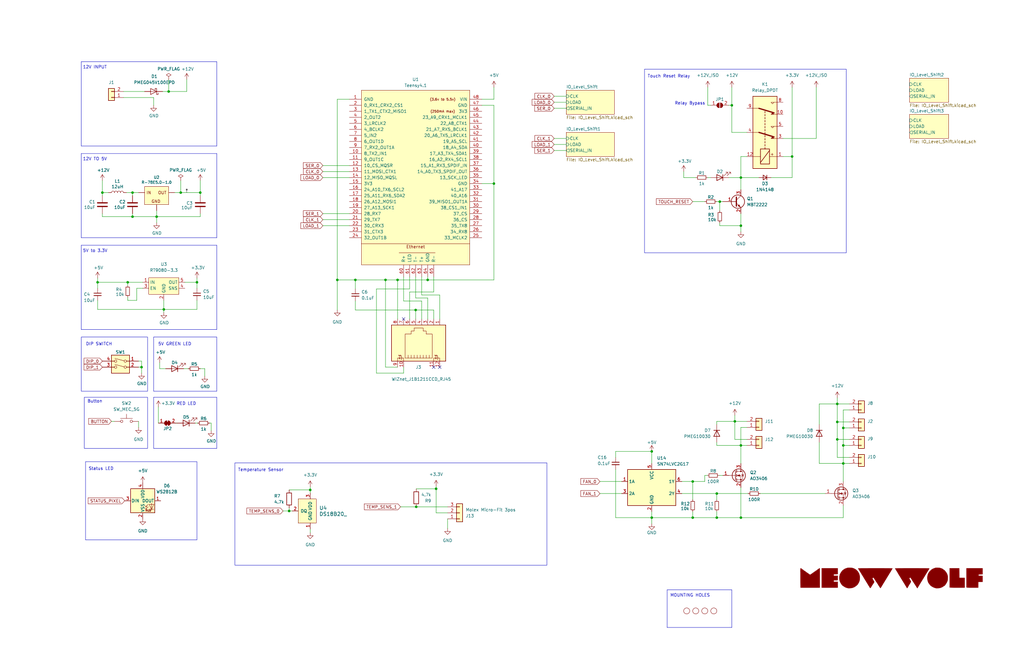
<source format=kicad_sch>
(kicad_sch (version 20230121) (generator eeschema)
  (paper "USLedger")
  (title_block (date "2025-01-30") (rev "v.01") (company "Meow Wolf") (comment 1 "Daniel Bornhorst"))
  (junction (at 353.06 185.42))
  (junction (at 312.42 74.93))
  (junction (at 355.6 180.594))
  (junction (at 355.6 195.58))
  (junction (at 312.42 95.25))
  (junction (at 142.24 118.11))
  (junction (at 312.42 218.44))
  (junction (at 175.26 130.81))
  (junction (at 303.53 85.09))
  (junction (at 167.64 118.11))
  (junction (at 353.06 170.434))
  (junction (at 55.88 81.28))
  (junction (at 274.828 218.44))
  (junction (at 55.88 91.44))
  (junction (at 76.2 81.28))
  (junction (at 66.04 91.44))
  (junction (at 312.42 187.96))
  (junction (at 183.896 206.248))
  (junction (at 149.86 118.11))
  (junction (at 292.1 218.44))
  (junction (at 302.26 208.28))
  (junction (at 43.18 81.28))
  (junction (at 308.61 44.45))
  (junction (at 180.34 118.11))
  (junction (at 302.26 218.44))
  (junction (at 355.6 187.96))
  (junction (at 59.69 154.94))
  (junction (at 71.12 38.608))
  (junction (at 84.455 81.28))
  (junction (at 175.514 213.868))
  (junction (at 121.92 215.646))
  (junction (at 83.058 119.126))
  (junction (at 334.01 66.04))
  (junction (at 208.28 77.47))
  (junction (at 274.828 190.5))
  (junction (at 41.148 119.126))
  (junction (at 309.88 177.8))
  (junction (at 130.81 206.756))
  (junction (at 353.06 178.054))
  (junction (at 292.1 203.2))
  (junction (at 69.088 130.556))
  (junction (at 162.56 118.11))
  (junction (at 53.848 119.126))
  (no_connect (at 185.42 154.94))
  (no_connect (at 182.88 154.94))
  (no_connect (at 170.18 134.62))
  (wire (pts (xy 83.058 126.746) (xy 83.058 130.556)))
  (wire (pts (xy 167.64 154.94) (xy 162.56 154.94)))
  (polyline (pts (xy 91.44 61.595) (xy 91.44 26.035)))
  (polyline (pts (xy 91.44 100.33) (xy 91.44 64.77)))
  (wire (pts (xy 162.56 118.11) (xy 162.56 154.94)))
  (polyline (pts (xy 308.61 264.795) (xy 308.61 248.92)))
  (wire (pts (xy 320.548 208.28) (xy 347.98 208.28)))
  (wire (pts (xy 136.144 72.39) (xy 147.32 72.39)))
  (polyline (pts (xy 34.29 61.595) (xy 91.44 61.595)))
  (wire (pts (xy 121.92 214.376) (xy 121.92 215.646)))
  (wire (pts (xy 66.04 91.44) (xy 84.455 91.44)))
  (wire (pts (xy 353.06 170.434) (xy 358.14 170.434)))
  (wire (pts (xy 302.26 187.96) (xy 312.42 187.96)))
  (wire (pts (xy 43.18 91.44) (xy 55.88 91.44)))
  (wire (pts (xy 149.86 118.11) (xy 149.86 121.92)))
  (wire (pts (xy 121.92 206.756) (xy 130.81 206.756)))
  (wire (pts (xy 303.53 85.09) (xy 303.53 88.9)))
  (wire (pts (xy 314.96 185.42) (xy 309.88 185.42)))
  (wire (pts (xy 355.6 195.58) (xy 358.14 195.58)))
  (wire (pts (xy 136.144 92.71) (xy 147.32 92.71)))
  (wire (pts (xy 183.896 216.408) (xy 183.896 206.248)))
  (wire (pts (xy 274.828 218.44) (xy 274.828 215.9)))
  (wire (pts (xy 41.148 130.556) (xy 69.088 130.556)))
  (wire (pts (xy 86.36 155.575) (xy 86.36 158.75)))
  (wire (pts (xy 303.53 85.09) (xy 304.8 85.09)))
  (wire (pts (xy 69.85 155.575) (xy 67.31 155.575)))
  (wire (pts (xy 158.75 121.92) (xy 172.72 121.92)))
  (wire (pts (xy 83.058 130.556) (xy 69.088 130.556)))
  (wire (pts (xy 71.12 38.608) (xy 78.74 38.608)))
  (polyline (pts (xy 34.29 139.065) (xy 91.44 139.065)))
  (wire (pts (xy 130.81 205.486) (xy 130.81 206.756)))
  (wire (pts (xy 183.896 205.232) (xy 183.896 206.248)))
  (wire (pts (xy 84.455 82.55) (xy 84.455 81.28)))
  (wire (pts (xy 177.8 116.84) (xy 177.8 124.46)))
  (wire (pts (xy 259.588 218.44) (xy 274.828 218.44)))
  (wire (pts (xy 345.44 170.434) (xy 353.06 170.434)))
  (wire (pts (xy 233.68 58.42) (xy 238.76 58.42)))
  (wire (pts (xy 345.44 195.58) (xy 355.6 195.58)))
  (wire (pts (xy 83.058 121.666) (xy 83.058 119.126)))
  (wire (pts (xy 292.1 215.9) (xy 292.1 218.44)))
  (wire (pts (xy 302.26 218.44) (xy 312.42 218.44)))
  (wire (pts (xy 314.96 180.34) (xy 312.42 180.34)))
  (wire (pts (xy 302.26 215.9) (xy 302.26 218.44)))
  (wire (pts (xy 41.148 119.126) (xy 53.848 119.126)))
  (wire (pts (xy 355.6 187.96) (xy 358.14 187.96)))
  (wire (pts (xy 302.26 210.82) (xy 302.26 208.28)))
  (wire (pts (xy 208.28 44.45) (xy 208.28 77.47)))
  (wire (pts (xy 162.56 118.11) (xy 167.64 118.11)))
  (wire (pts (xy 182.88 123.19) (xy 172.72 123.19)))
  (wire (pts (xy 76.2 76.2) (xy 76.2 81.28)))
  (wire (pts (xy 203.2 77.47) (xy 208.28 77.47)))
  (wire (pts (xy 52.07 41.148) (xy 64.77 41.148)))
  (wire (pts (xy 298.45 44.45) (xy 299.72 44.45)))
  (wire (pts (xy 55.88 91.44) (xy 66.04 91.44)))
  (wire (pts (xy 303.53 93.98) (xy 303.53 95.25)))
  (wire (pts (xy 312.42 187.96) (xy 312.42 195.58)))
  (wire (pts (xy 353.06 170.434) (xy 353.06 167.894)))
  (wire (pts (xy 83.058 119.126) (xy 77.978 119.126)))
  (wire (pts (xy 302.26 85.09) (xy 303.53 85.09)))
  (wire (pts (xy 52.07 38.608) (xy 60.96 38.608)))
  (wire (pts (xy 358.14 193.04) (xy 353.06 193.04)))
  (wire (pts (xy 66.04 88.9) (xy 66.04 91.44)))
  (wire (pts (xy 170.18 116.84) (xy 170.18 127)))
  (wire (pts (xy 353.06 193.04) (xy 353.06 185.42)))
  (wire (pts (xy 175.514 213.868) (xy 188.722 213.868)))
  (polyline (pts (xy 281.305 264.795) (xy 308.61 264.795)))
  (wire (pts (xy 43.18 76.2) (xy 43.18 81.28)))
  (wire (pts (xy 292.1 203.2) (xy 292.1 210.82)))
  (wire (pts (xy 334.01 66.04) (xy 330.2 66.04)))
  (wire (pts (xy 53.848 120.396) (xy 53.848 119.126)))
  (wire (pts (xy 312.42 66.04) (xy 314.96 66.04)))
  (wire (pts (xy 252.984 203.2) (xy 262.128 203.2)))
  (wire (pts (xy 64.77 41.148) (xy 64.77 44.45)))
  (wire (pts (xy 297.18 200.66) (xy 298.196 200.66)))
  (wire (pts (xy 59.69 154.94) (xy 59.69 157.48)))
  (wire (pts (xy 303.276 200.66) (xy 304.8 200.66)))
  (wire (pts (xy 312.42 74.93) (xy 312.42 80.01)))
  (wire (pts (xy 345.44 186.69) (xy 345.44 195.58)))
  (wire (pts (xy 259.588 190.5) (xy 274.828 190.5)))
  (wire (pts (xy 312.42 74.93) (xy 320.04 74.93)))
  (wire (pts (xy 252.984 208.28) (xy 262.128 208.28)))
  (wire (pts (xy 312.42 180.34) (xy 312.42 187.96)))
  (wire (pts (xy 58.42 154.94) (xy 59.69 154.94)))
  (wire (pts (xy 158.75 157.48) (xy 158.75 121.92)))
  (wire (pts (xy 41.148 117.348) (xy 41.148 119.126)))
  (polyline (pts (xy 34.29 64.77) (xy 34.29 100.33)))
  (wire (pts (xy 355.6 195.58) (xy 355.6 203.2)))
  (wire (pts (xy 312.42 205.74) (xy 312.42 218.44)))
  (wire (pts (xy 233.68 60.96) (xy 238.76 60.96)))
  (wire (pts (xy 274.828 220.98) (xy 274.828 218.44)))
  (wire (pts (xy 136.144 74.93) (xy 147.32 74.93)))
  (wire (pts (xy 203.2 44.45) (xy 208.28 44.45)))
  (polyline (pts (xy 34.29 103.505) (xy 34.29 139.065)))
  (wire (pts (xy 292.1 203.2) (xy 287.528 203.2)))
  (wire (pts (xy 334.01 74.93) (xy 334.01 66.04)))
  (wire (pts (xy 312.42 66.04) (xy 312.42 74.93)))
  (wire (pts (xy 175.26 125.73) (xy 180.34 125.73)))
  (wire (pts (xy 307.34 44.45) (xy 308.61 44.45)))
  (wire (pts (xy 66.802 171.704) (xy 66.802 178.562)))
  (wire (pts (xy 344.17 36.83) (xy 344.17 58.42)))
  (wire (pts (xy 170.18 154.94) (xy 170.18 157.48)))
  (wire (pts (xy 55.88 81.28) (xy 55.88 82.55)))
  (wire (pts (xy 182.88 116.84) (xy 182.88 123.19)))
  (wire (pts (xy 312.42 90.17) (xy 312.42 95.25)))
  (wire (pts (xy 274.828 218.44) (xy 292.1 218.44)))
  (wire (pts (xy 185.42 124.46) (xy 185.42 134.62)))
  (wire (pts (xy 344.17 58.42) (xy 330.2 58.42)))
  (wire (pts (xy 288.29 74.93) (xy 293.37 74.93)))
  (wire (pts (xy 77.47 155.575) (xy 79.375 155.575)))
  (wire (pts (xy 172.72 121.92) (xy 172.72 116.84)))
  (wire (pts (xy 302.26 208.28) (xy 315.468 208.28)))
  (wire (pts (xy 302.26 177.8) (xy 309.88 177.8)))
  (wire (pts (xy 67.31 155.575) (xy 67.31 153.035)))
  (wire (pts (xy 57.658 126.746) (xy 57.658 121.666)))
  (wire (pts (xy 130.81 206.756) (xy 130.81 208.026)))
  (wire (pts (xy 142.24 118.11) (xy 149.86 118.11)))
  (wire (pts (xy 88.392 178.562) (xy 89.027 178.562)))
  (wire (pts (xy 203.2 41.91) (xy 208.28 41.91)))
  (wire (pts (xy 53.34 81.28) (xy 55.88 81.28)))
  (wire (pts (xy 308.61 55.88) (xy 314.96 55.88)))
  (wire (pts (xy 358.14 185.42) (xy 353.06 185.42)))
  (wire (pts (xy 175.26 130.81) (xy 149.86 130.81)))
  (wire (pts (xy 68.58 38.608) (xy 71.12 38.608)))
  (wire (pts (xy 149.86 130.81) (xy 149.86 127)))
  (wire (pts (xy 43.18 90.17) (xy 43.18 91.44)))
  (wire (pts (xy 314.96 187.96) (xy 312.42 187.96)))
  (wire (pts (xy 299.72 74.93) (xy 298.45 74.93)))
  (wire (pts (xy 358.14 178.054) (xy 353.06 178.054)))
  (wire (pts (xy 358.14 180.594) (xy 355.6 180.594)))
  (wire (pts (xy 74.422 178.562) (xy 74.676 178.562)))
  (wire (pts (xy 142.24 118.11) (xy 142.24 130.81)))
  (wire (pts (xy 168.91 213.868) (xy 175.514 213.868)))
  (wire (pts (xy 43.18 82.55) (xy 43.18 81.28)))
  (wire (pts (xy 57.658 121.666) (xy 60.198 121.666)))
  (wire (pts (xy 78.74 33.528) (xy 78.74 38.608)))
  (polyline (pts (xy 91.44 26.035) (xy 34.29 26.035)))
  (wire (pts (xy 259.588 193.04) (xy 259.588 190.5)))
  (wire (pts (xy 233.68 45.72) (xy 238.76 45.72)))
  (polyline (pts (xy 308.61 248.92) (xy 281.305 248.92)))
  (wire (pts (xy 355.6 180.594) (xy 355.6 187.96)))
  (wire (pts (xy 59.69 152.4) (xy 59.69 154.94)))
  (wire (pts (xy 233.68 40.64) (xy 238.76 40.64)))
  (wire (pts (xy 55.88 90.17) (xy 55.88 91.44)))
  (wire (pts (xy 84.455 76.2) (xy 84.455 81.28)))
  (wire (pts (xy 73.66 81.28) (xy 76.2 81.28)))
  (wire (pts (xy 58.42 152.4) (xy 59.69 152.4)))
  (wire (pts (xy 66.04 91.44) (xy 66.04 93.98)))
  (wire (pts (xy 302.26 179.07) (xy 302.26 177.8)))
  (wire (pts (xy 55.88 81.28) (xy 58.42 81.28)))
  (wire (pts (xy 136.144 90.17) (xy 147.32 90.17)))
  (wire (pts (xy 309.88 177.8) (xy 309.88 175.26)))
  (wire (pts (xy 312.42 218.44) (xy 355.6 218.44)))
  (wire (pts (xy 119.38 215.646) (xy 121.92 215.646)))
  (wire (pts (xy 302.26 186.69) (xy 302.26 187.96)))
  (wire (pts (xy 136.144 95.25) (xy 147.32 95.25)))
  (wire (pts (xy 180.34 116.84) (xy 180.34 118.11)))
  (wire (pts (xy 71.12 33.528) (xy 71.12 38.608)))
  (wire (pts (xy 177.8 124.46) (xy 185.42 124.46)))
  (wire (pts (xy 183.896 206.248) (xy 175.514 206.248)))
  (wire (pts (xy 41.148 121.666) (xy 41.148 119.126)))
  (polyline (pts (xy 34.29 100.33) (xy 91.44 100.33)))
  (wire (pts (xy 353.06 170.434) (xy 353.06 178.054)))
  (polyline (pts (xy 91.44 64.77) (xy 34.29 64.77)))
  (wire (pts (xy 292.1 218.44) (xy 302.26 218.44)))
  (wire (pts (xy 43.18 81.28) (xy 45.72 81.28)))
  (wire (pts (xy 84.455 155.575) (xy 86.36 155.575)))
  (wire (pts (xy 83.058 117.348) (xy 83.058 119.126)))
  (wire (pts (xy 58.42 177.8) (xy 58.42 180.34)))
  (wire (pts (xy 182.88 130.81) (xy 175.26 130.81)))
  (wire (pts (xy 303.53 95.25) (xy 312.42 95.25)))
  (wire (pts (xy 170.18 127) (xy 177.8 127)))
  (wire (pts (xy 177.8 127) (xy 177.8 134.62)))
  (wire (pts (xy 297.18 203.2) (xy 292.1 203.2)))
  (wire (pts (xy 325.12 74.93) (xy 334.01 74.93)))
  (wire (pts (xy 274.828 190.5) (xy 274.828 195.58)))
  (wire (pts (xy 69.088 130.556) (xy 69.088 126.746)))
  (wire (pts (xy 136.144 69.85) (xy 147.32 69.85)))
  (wire (pts (xy 308.61 44.45) (xy 308.61 55.88)))
  (wire (pts (xy 149.86 118.11) (xy 162.56 118.11)))
  (wire (pts (xy 297.18 200.66) (xy 297.18 203.2)))
  (wire (pts (xy 121.92 215.646) (xy 123.19 215.646)))
  (wire (pts (xy 175.26 134.62) (xy 175.26 130.81)))
  (wire (pts (xy 259.588 198.12) (xy 259.588 218.44)))
  (wire (pts (xy 308.61 36.83) (xy 308.61 44.45)))
  (wire (pts (xy 170.18 157.48) (xy 158.75 157.48)))
  (wire (pts (xy 82.296 178.562) (xy 83.312 178.562)))
  (wire (pts (xy 180.34 118.11) (xy 167.64 118.11)))
  (polyline (pts (xy 34.29 26.035) (xy 34.29 61.595)))
  (wire (pts (xy 175.26 116.84) (xy 175.26 125.73)))
  (wire (pts (xy 89.027 178.562) (xy 89.027 181.737)))
  (wire (pts (xy 208.28 77.47) (xy 208.28 118.11)))
  (wire (pts (xy 288.29 74.93) (xy 288.29 72.39)))
  (wire (pts (xy 355.6 213.36) (xy 355.6 218.44)))
  (wire (pts (xy 334.01 36.83) (xy 334.01 66.04)))
  (wire (pts (xy 41.148 126.746) (xy 41.148 130.556)))
  (wire (pts (xy 312.42 95.25) (xy 312.42 97.79)))
  (wire (pts (xy 76.2 81.28) (xy 84.455 81.28)))
  (wire (pts (xy 292.1 85.09) (xy 297.18 85.09)))
  (polyline (pts (xy 91.44 103.505) (xy 34.29 103.505)))
  (wire (pts (xy 188.722 216.408) (xy 183.896 216.408)))
  (wire (pts (xy 208.28 41.91) (xy 208.28 36.83)))
  (wire (pts (xy 358.14 172.974) (xy 355.6 172.974)))
  (wire (pts (xy 180.34 125.73) (xy 180.34 134.62)))
  (wire (pts (xy 53.848 126.746) (xy 53.848 125.476)))
  (wire (pts (xy 307.34 74.93) (xy 312.42 74.93)))
  (wire (pts (xy 142.24 41.91) (xy 147.32 41.91)))
  (wire (pts (xy 355.6 172.974) (xy 355.6 180.594)))
  (wire (pts (xy 53.848 119.126) (xy 60.198 119.126)))
  (wire (pts (xy 355.6 187.96) (xy 355.6 195.58)))
  (wire (pts (xy 182.88 134.62) (xy 182.88 130.81)))
  (polyline (pts (xy 91.44 139.065) (xy 91.44 103.505)))
  (wire (pts (xy 287.528 208.28) (xy 302.26 208.28)))
  (wire (pts (xy 142.24 41.91) (xy 142.24 118.11)))
  (wire (pts (xy 233.68 43.18) (xy 238.76 43.18)))
  (polyline (pts (xy 281.305 248.92) (xy 281.305 264.795)))
  (wire (pts (xy 84.455 90.17) (xy 84.455 91.44)))
  (wire (pts (xy 309.88 185.42) (xy 309.88 177.8)))
  (wire (pts (xy 314.96 177.8) (xy 309.88 177.8)))
  (wire (pts (xy 233.68 63.5) (xy 238.76 63.5)))
  (wire (pts (xy 69.088 131.826) (xy 69.088 130.556)))
  (wire (pts (xy 208.28 118.11) (xy 180.34 118.11)))
  (wire (pts (xy 53.848 126.746) (xy 57.658 126.746)))
  (wire (pts (xy 130.81 223.266) (xy 130.81 224.79)))
  (wire (pts (xy 167.64 118.11) (xy 167.64 134.62)))
  (wire (pts (xy 345.44 179.07) (xy 345.44 170.434)))
  (wire (pts (xy 188.722 223.012) (xy 188.722 218.948)))
  (wire (pts (xy 353.06 178.054) (xy 353.06 185.42)))
  (wire (pts (xy 172.72 123.19) (xy 172.72 134.62)))
  (wire (pts (xy 46.99 177.8) (xy 48.26 177.8)))
  (wire (pts (xy 298.45 36.83) (xy 298.45 44.45)))
  (rectangle (start 36.068 194.818) (end 83.058 227.838))
  (rectangle (start 64.77 167.64) (end 91.44 189.23))
  (rectangle (start 34.29 142.24) (end 62.23 165.1))
  (rectangle (start 271.78 29.21) (end 356.87 106.68))
  (rectangle (start 64.77 142.24) (end 91.44 165.1))
  (rectangle (start 99.06 195.326) (end 230.632 238.506))
  (rectangle (start 35.56 167.64) (end 62.23 189.23))
  (text "5V to 3.3V" (at 34.925 106.68 0) (effects (font (size 1.27 1.27)) (justify left bottom)))
  (text "Temperature Sensor" (at 100.33 199.136 0) (effects (font (size 1.27 1.27)) (justify left bottom)))
  (text "5V GREEN LED" (at 66.675 146.05 0) (effects (font (size 1.27 1.27)) (justify left bottom)))
  (text "12V INPUT" (at 34.925 29.21 0) (effects (font (size 1.27 1.27)) (justify left bottom)))
  (text "MOUNTING HOLES" (at 282.575 252.095 0) (effects (font (size 1.27 1.27)) (justify left bottom)))
  (text "Relay Bypass\n" (at 284.48 44.45 0) (effects (font (size 1.27 1.27)) (justify left bottom)))
  (text "Button" (at 36.83 170.18 0) (effects (font (size 1.27 1.27)) (justify left bottom)))
  (text "DIP SWITCH" (at 36.195 146.05 0) (effects (font (size 1.27 1.27)) (justify left bottom)))
  (text "Touch Reset Relay\n" (at 273.05 33.02 0) (effects (font (size 1.27 1.27)) (justify left bottom)))
  (text "Status LED" (at 37.338 198.628 0) (effects (font (size 1.27 1.27)) (justify left bottom)))
  (text "12V TO 5V" (at 34.925 67.945 0) (effects (font (size 1.27 1.27)) (justify left bottom)))
  (text "RED LED" (at 74.422 171.196 0) (effects (font (size 1.27 1.27)) (justify left bottom)))
  (global_label "LOAD_0" (shape input) (at 233.68 43.18 180) (property "Intersheetrefs" "${INTERSHEET_REFS}" (effects hide)))
  (global_label "TOUCH_RESET" (shape input) (at 292.1 85.09 180) (property "Intersheetrefs" "${INTERSHEET_REFS}" (effects hide)))
  (global_label "FAN_0" (shape input) (at 252.984 203.2 180) (property "Intersheetrefs" "${INTERSHEET_REFS}" (effects hide)))
  (global_label "LOAD_0" (shape input) (at 136.144 74.93 180) (property "Intersheetrefs" "${INTERSHEET_REFS}" (effects hide)))
  (global_label "LOAD_1" (shape input) (at 136.144 95.25 180) (property "Intersheetrefs" "${INTERSHEET_REFS}" (effects hide)))
  (global_label "FAN_1" (shape input) (at 252.984 208.28 180) (property "Intersheetrefs" "${INTERSHEET_REFS}" (effects hide)))
  (global_label "SER_1" (shape input) (at 233.68 63.5 180) (property "Intersheetrefs" "${INTERSHEET_REFS}" (effects hide)))
  (global_label "DIP_0" (shape input) (at 43.18 152.4 180) (property "Intersheetrefs" "${INTERSHEET_REFS}" (effects hide)))
  (global_label "SER_0" (shape input) (at 136.144 69.85 180) (property "Intersheetrefs" "${INTERSHEET_REFS}" (effects hide)))
  (global_label "TEMP_SENS_0" (shape input) (at 119.38 215.646 180) (property "Intersheetrefs" "${INTERSHEET_REFS}" (effects hide)))
  (global_label "LOAD_1" (shape input) (at 233.68 60.96 180) (property "Intersheetrefs" "${INTERSHEET_REFS}" (effects hide)))
  (global_label "SER_1" (shape input) (at 136.144 90.17 180) (property "Intersheetrefs" "${INTERSHEET_REFS}" (effects hide)))
  (global_label "CLK_1" (shape input) (at 136.144 92.71 180) (property "Intersheetrefs" "${INTERSHEET_REFS}" (effects hide)))
  (global_label "DIP_1" (shape input) (at 43.18 154.94 180) (property "Intersheetrefs" "${INTERSHEET_REFS}" (effects hide)))
  (global_label "CLK_0" (shape input) (at 233.68 40.64 180) (property "Intersheetrefs" "${INTERSHEET_REFS}" (effects hide)))
  (global_label "SER_0" (shape input) (at 233.68 45.72 180) (property "Intersheetrefs" "${INTERSHEET_REFS}" (effects hide)))
  (global_label "CLK_1" (shape input) (at 233.68 58.42 180) (property "Intersheetrefs" "${INTERSHEET_REFS}" (effects hide)))
  (global_label "CLK_0" (shape input) (at 136.144 72.39 180) (property "Intersheetrefs" "${INTERSHEET_REFS}" (effects hide)))
  (global_label "STATUS_PIXEL" (shape input) (at 52.578 211.328 180) (property "Intersheetrefs" "${INTERSHEET_REFS}" (effects hide)))
  (global_label "BUTTON" (shape input) (at 46.99 177.8 180) (property "Intersheetrefs" "${INTERSHEET_REFS}" (effects hide)))
  (global_label "TEMP_SENS_1" (shape input) (at 168.91 213.868 180) (property "Intersheetrefs" "${INTERSHEET_REFS}" (effects hide)))
  (netclass_flag "" (length 1.27) (shape dot) (at 78.74 81.28 0) (property "Netclass" ".055" (effects hide)))
  (symbol (lib_id "Device:C_Small") (at 83.058 124.206 0) (unit 1)
    (property "Reference" "C5" (at 85.598 122.936 0) (effects (justify left)))
    (property "Value" "10uF" (at 85.598 125.476 0) (effects (justify left)))
    (property "Footprint" "Capacitor_SMD:C_0805_2012Metric" (effects hide))
    (property "LCSC" "C15850" (effects hide))
    (property "Package" "0805" (effects hide))
  )
  (symbol (lib_id "power:GND") (at 89.027 181.737 0) (unit 1)
    (property "Reference" "#PWR022" (effects hide))
    (property "Value" "GND" (at 89.154 186.1312 0))
  )
  (symbol (lib_id "Relay:EC2-3NU") (at 322.58 55.88 270) (mirror x) (unit 1)
    (property "Reference" "K1" (at 322.58 35.56 90))
    (property "Value" "Relay_DPDT" (at 322.58 38.1 90))
    (property "Footprint" "Relay_THT:Relay_DPDT_Kemet_EC2" (effects hide))
    (property "Datasheet" "https://content.kemet.com/datasheets/KEM_R7002_EC2_EE2.pdf" (effects hide))
    (property "Description" "RELAY GENERAL PURPOSE DPDT 2A 3V" (effects hide))
    (property "Digikey P/N" "399-11042-5-ND" (effects hide))
    (property "Digikey Page" "https://www.digikey.com/en/products/detail/kemet/EC2-3NU/4291108" (effects hide))
    (property "MPN" "EC2-3NU" (effects hide))
    (property "Manufacturer" "KEMET" (effects hide))
  )
  (symbol (lib_id "MeowWolf_Hardware:STAND-OFF") (at 300.99 257.81 0) (unit 1) (in_bom no)
    (property "Reference" "H4" (effects hide))
    (property "Value" "STAND-OFF" (effects hide))
    (property "Footprint" "MeowWolf_Hardware:STAND-OFF" (effects hide))
    (property "Digikey P/N" "-" (effects hide))
    (property "Digikey Page" "-" (effects hide))
    (property "LCSC" "-" (effects hide))
    (property "MPN" "-" (effects hide))
    (property "Manufacturer" "-" (effects hide))
    (property "Package" "-" (effects hide))
  )
  (symbol (lib_id "MeowWolf_Hardware:STAND-OFF") (at 289.56 257.81 0) (unit 1) (in_bom no)
    (property "Reference" "H1" (effects hide))
    (property "Value" "STAND-OFF" (effects hide))
    (property "Footprint" "MeowWolf_Hardware:STAND-OFF" (effects hide))
    (property "Digikey P/N" "-" (effects hide))
    (property "Digikey Page" "-" (effects hide))
    (property "LCSC" "-" (effects hide))
    (property "MPN" "-" (effects hide))
    (property "Manufacturer" "-" (effects hide))
    (property "Package" "-" (effects hide))
  )
  (symbol (lib_id "Transistor_FET:AO3400A") (at 309.88 200.66 0) (unit 1)
    (property "Reference" "Q2" (at 316.23 199.39 0) (effects (justify left)))
    (property "Value" "AO3406" (at 316.23 201.93 0) (effects (justify left)))
    (property "Footprint" "Package_TO_SOT_SMD:SOT-23" (effects hide))
    (property "Datasheet" "https://mm.digikey.com/Volume0/opasdata/d220001/medias/docus/1063/AO3406.pdf" (effects hide))
    (property "LCSC" "C88051" (effects hide))
    (property "Package" "SOT-23" (effects hide))
  )
  (symbol (lib_id "power:+12V") (at 309.88 175.26 0) (unit 1)
    (property "Reference" "#PWR052" (effects hide))
    (property "Value" "+12V" (at 309.88 170.18 0))
  )
  (symbol (lib_id "MeowWolf_Power:+12V_ISO") (at 344.17 36.83 0) (unit 1)
    (property "Reference" "#PWR06" (effects hide))
    (property "Value" "+12V_ISO" (at 344.17 31.75 0))
  )
  (symbol (lib_id "power:+5V") (at 274.828 190.5 0) (unit 1)
    (property "Reference" "#PWR056" (effects hide))
    (property "Value" "+5V" (at 274.828 186.69 0))
  )
  (symbol (lib_id "0_logo:MeowWolf_Logo_Horizontal") (at 375.92 243.84 0) (unit 1) (in_bom no) (on_board no)
    (property "Reference" "LOGO1" (effects hide))
    (property "Value" "MeowWolf_Logo_Horizontal" (effects hide))
    (property "Digikey P/N" "-" (effects hide))
    (property "Digikey Page" "-" (effects hide))
    (property "LCSC" "-" (effects hide))
    (property "MPN" "-" (effects hide))
    (property "Manufacturer" "-" (effects hide))
    (property "Package" "-" (effects hide))
  )
  (symbol (lib_id "power:GND") (at 64.77 44.45 0) (unit 1)
    (property "Reference" "#PWR07" (effects hide))
    (property "Value" "GND" (at 64.897 48.8442 0))
  )
  (symbol (lib_id "0_integrated_circuits:SN74LVC2G17") (at 274.828 205.74 0) (unit 1)
    (property "Reference" "U14" (at 277.0221 193.294 0) (effects (justify left)))
    (property "Value" "SN74LVC2G17" (at 277.0221 195.834 0) (effects (justify left)))
    (property "Footprint" "Package_TO_SOT_SMD:SOT-23-6" (effects hide))
    (property "Datasheet" "https://www.ti.com/lit/ds/symlink/sn74lvc2g17.pdf" (effects hide))
    (property "Manufacturer" "Texas Instruments" (effects hide))
    (property "Mfg. P/N" "SN74LVC2G17DBVR" (effects hide))
    (property "Digikey Page" "https://www.digikey.com/en/products/detail/texas-instruments/SN74LVC2G17DBVR/479735" (effects hide))
    (property "Digikey P/N" "296-SN74LVC2G17DBVRCT-ND" (effects hide))
    (property "LCSC" "C10429" (effects hide))
    (property "Package" "SOT-23-6" (effects hide))
  )
  (symbol (lib_id "Device:R_Small") (at 303.53 91.44 180) (unit 1)
    (property "Reference" "R3" (at 298.45 90.678 0) (effects (justify right)))
    (property "Value" "10k" (at 298.45 92.71 0) (effects (justify right)))
    (property "Footprint" "Resistor_SMD:R_0603_1608Metric" (effects hide))
    (property "LCSC" "C98220" (effects hide))
    (property "Package" "0603" (effects hide))
  )
  (symbol (lib_id "Device:R_Small") (at 53.848 122.936 180) (unit 1)
    (property "Reference" "R4" (at 48.768 122.174 0) (effects (justify right)))
    (property "Value" "10k" (at 48.768 124.206 0) (effects (justify right)))
    (property "Footprint" "Resistor_SMD:R_0603_1608Metric" (effects hide))
    (property "LCSC" "C98220" (effects hide))
    (property "Package" "0603" (effects hide))
  )
  (symbol (lib_id "Device:R_Small") (at 299.72 85.09 90) (unit 1)
    (property "Reference" "R2" (at 299.72 83.185 90))
    (property "Value" "1k" (at 299.72 87.63 90))
    (property "Footprint" "Resistor_SMD:R_0603_1608Metric" (effects hide))
    (property "Digikey P/N" "-" (effects hide))
    (property "Digikey Page" "-" (effects hide))
    (property "LCSC" "C22548" (effects hide))
    (property "MPN" "RC0603FR-071KL" (effects hide))
    (property "Manufacturer" "YAGEO" (effects hide))
    (property "Package" "0603" (effects hide))
    (property "Description" "100mW Thick Film Resistors 75V ±100ppm/℃ ±1% 1kΩ 0603 Chip Resistor" (effects hide))
  )
  (symbol (lib_id "Device:R_Small") (at 85.852 178.562 90) (unit 1)
    (property "Reference" "R6" (at 85.852 176.657 90))
    (property "Value" "1k" (at 85.852 181.102 90))
    (property "Footprint" "Resistor_SMD:R_0603_1608Metric" (effects hide))
    (property "Digikey P/N" "-" (effects hide))
    (property "Digikey Page" "-" (effects hide))
    (property "LCSC" "C22548" (effects hide))
    (property "MPN" "RC0603FR-071KL" (effects hide))
    (property "Manufacturer" "YAGEO" (effects hide))
    (property "Package" "0603" (effects hide))
    (property "Description" "100mW Thick Film Resistors 75V ±100ppm/℃ ±1% 1kΩ 0603 Chip Resistor" (effects hide))
  )
  (symbol (lib_id "power:+3.3V") (at 83.058 117.348 0) (unit 1)
    (property "Reference" "#PWR014" (effects hide))
    (property "Value" "+3.3V" (at 83.439 112.9538 0))
  )
  (symbol (lib_id "power:+5V") (at 60.198 203.708 0) (unit 1)
    (property "Reference" "#PWR023" (effects hide))
    (property "Value" "+5V" (at 60.198 198.628 0))
  )
  (symbol (lib_id "Device:L") (at 49.53 81.28 90) (unit 1)
    (property "Reference" "L1" (at 49.53 76.454 90))
    (property "Value" "12uH" (at 49.53 78.7654 90))
    (property "Footprint" "Inductor_SMD:L_Changjiang_FNR4030S" (effects hide))
    (property "Datasheet" "https://www.lcsc.com/datasheet/lcsc_datasheet_2304140030_cjiang--Changjiang-Microelectronics-Tech-FNR4030S120MT_C167880.pdf" (effects hide))
    (property "LCSC" "C167880" (effects hide))
    (property "Description" "2.5A 10uH ±20% 2.5A 88mΩ SMD,5.2x5.7mm Inductor" (effects hide))
    (property "Digikey P/N" "-" (effects hide))
    (property "Digikey Page" "-" (effects hide))
    (property "MPN" "FNR4030S120MT" (effects hide))
    (property "Manufacturer" "Changjiang Microelectronics Tech" (effects hide))
    (property "Package" "SMD,4x4mm" (effects hide))
  )
  (symbol (lib_id "power:+3.3V") (at 288.29 72.39 0) (unit 1)
    (property "Reference" "#PWR08" (effects hide))
    (property "Value" "+3.3V" (at 288.671 67.9958 0))
  )
  (symbol (lib_id "power:+12V") (at 308.61 36.83 0) (unit 1)
    (property "Reference" "#PWR04" (effects hide))
    (property "Value" "+12V" (at 308.61 31.75 0))
  )
  (symbol (lib_id "Switch:SW_MEC_5G") (at 53.34 177.8 0) (unit 1)
    (property "Reference" "SW2" (at 53.34 170.18 0))
    (property "Value" "SW_MEC_5G" (at 53.34 172.72 0))
    (property "Footprint" "Button_Switch_THT:SW_TH_Tactile_Omron_B3F-10xx" (effects hide))
    (property "LCSC" "-" (effects hide))
    (property "Manufacturer" "Omron Electronics Inc-EMC Div" (effects hide))
    (property "Digikey P/N" "SW402-ND" (effects hide))
    (property "Digikey Page" "https://www.digikey.com/en/products/detail/omron-electronics-inc-emc-div/B3F-1020/44059" (effects hide))
    (property "MPN" "B3F-1020" (effects hide))
    (property "Description" "Tactile Switch SPST-NO Top Actuated Through Hole" (effects hide))
  )
  (symbol (lib_id "0_power:RT9080-3.3") (at 69.088 120.396 0) (unit 1)
    (property "Reference" "U3" (at 69.088 111.506 0))
    (property "Value" "RT9080-3.3" (at 69.088 114.046 0))
    (property "Footprint" "Package_TO_SOT_SMD:SOT-23-5" (effects hide))
    (property "Datasheet" "https://www.lcsc.com/datasheet/lcsc_datasheet_2009192305_Richtek-Tech-RT9080-33GJ5_C841192.pdf" (effects hide))
    (property "LCSC" "C841192" (effects hide))
    (property "Package" "SOT-23-5" (effects hide))
  )
  (symbol (lib_id "Device:R_Small") (at 300.736 200.66 90) (unit 1)
    (property "Reference" "R8" (at 300.736 198.755 90))
    (property "Value" "100R" (at 300.736 203.2 90))
    (property "Footprint" "Resistor_SMD:R_0603_1608Metric" (effects hide))
    (property "Digikey P/N" "-" (effects hide))
    (property "Digikey Page" "-" (effects hide))
    (property "LCSC" "C105588" (effects hide))
    (property "MPN" "RC0603FR-071KL" (effects hide))
    (property "Manufacturer" "YAGEO" (effects hide))
    (property "Package" "0603" (effects hide))
    (property "Description" "Thick Film Resistors ±1% ±100ppm/℃ -55℃~+155℃ 100Ω 0603 Chip Resistor" (effects hide))
  )
  (symbol (lib_id "0_microcontroller:Teensy4.1_ethernet_only") (at 175.26 74.93 0) (unit 1)
    (property "Reference" "U1" (at 175.26 33.528 0))
    (property "Value" "Teensy4.1" (at 175.26 36.068 0))
    (property "Footprint" "0_microcontroller:Teensy41_ethernet_only" (effects hide))
  )
  (symbol (lib_id "Device:C") (at 55.88 86.36 0) (unit 1)
    (property "Reference" "C2" (at 52.959 85.1916 0) (effects (justify right)))
    (property "Value" "10uF" (at 52.959 87.503 0) (effects (justify right)))
    (property "Footprint" "Capacitor_SMD:C_1206_3216Metric" (effects hide))
    (property "Description" "10uF ±10% 50V Ceramic Capacitor X7R 1206 (3216 Metric)" (effects hide))
    (property "Digikey P/N" "1276-6767-1-ND" (effects hide))
    (property "Digikey Page" "https://www.digikey.com/en/products/detail/samsung-electro-mechanics/CL31B106KBHNNNE/5961251?s=N4IgTCBcDaIMIBkDMBGAQigDANgNJoAkA5EgURAF0BfIA" (effects hide))
    (property "LCSC" "C89632" (effects hide))
    (property "MPN" "CL31B106KBHNNNE" (effects hide))
    (property "Manufacturer" "Samsung Electro-Mechanics" (effects hide))
    (property "Package" "1206" (effects hide))
  )
  (symbol (lib_id "power:GND") (at 60.198 218.948 0) (unit 1)
    (property "Reference" "#PWR025" (effects hide))
    (property "Value" "GND" (at 60.198 224.028 0))
  )
  (symbol (lib_id "0_connector:Molex Micro-Fit 2pos") (at 363.22 195.58 0) (mirror x) (unit 1)
    (property "Reference" "J10" (at 365.76 192.786 0) (effects (justify left)))
    (property "Value" "Molex Micro-Fit 2pos" (effects hide))
    (property "Footprint" "0_connector:MOLEX_MICROFIT-VERT-2POS_436500215" (effects hide))
    (property "Datasheet" "https://www.molex.com/content/dam/molex/molex-dot-com/products/automated/en-us/salesdrawingpdf/436/43650/436500215_sd.pdf?inline" (effects hide))
    (property "Manufacturer" "MOLEX" (effects hide))
    (property "Mfg. P/N" "0436500215" (effects hide))
    (property "Digikey Page" "https://www.digikey.com/en/products/detail/molex/0436500215/283461?s=N4IgTCBcDaICwGYBsBWADGsBGFIC6AvkA" (effects hide))
    (property "Digikey P/N" "WM1917-ND" (effects hide))
  )
  (symbol (lib_id "0_connector:Molex Ultra-Fit 2pos IN") (at 46.99 41.148 180) (unit 1)
    (property "Reference" "J1" (at 46.99 34.798 0))
    (property "Value" "Molex Ultra-Fit" (effects hide))
    (property "Footprint" "0_connector:MOLEX_ULTRAFIT-RA-2POS_1723104102" (effects hide))
    (property "Datasheet" "https://www.literature.molex.com/SQLImages/kelmscott/Molex/PDF_Images/987651-1008.pdf" (effects hide))
    (property "Manufacturer" "MOLEX" (effects hide))
    (property "Digikey Page" "https://www.digikey.com/en/products/detail/molex/1723104102/14122202?s=N4IgTCBcDaIIwHYwGY4AYC0AWdEC6AvkA" (effects hide))
    (property "Digikey P/N" "900-1723104102-ND" (effects hide))
    (property "MPN" "1723104102" (effects hide))
    (property "LCSC" "-" (effects hide))
    (property "Package" "THT" (effects hide))
  )
  (symbol (lib_id "Device:R_Small") (at 295.91 74.93 90) (unit 1)
    (property "Reference" "R1" (at 295.91 73.025 90))
    (property "Value" "1k" (at 295.91 77.47 90))
    (property "Footprint" "Resistor_SMD:R_0603_1608Metric" (effects hide))
    (property "Digikey P/N" "-" (effects hide))
    (property "Digikey Page" "-" (effects hide))
    (property "LCSC" "C22548" (effects hide))
    (property "MPN" "RC0603FR-071KL" (effects hide))
    (property "Manufacturer" "YAGEO" (effects hide))
    (property "Package" "0603" (effects hide))
    (property "Description" "100mW Thick Film Resistors 75V ±100ppm/℃ ±1% 1kΩ 0603 Chip Resistor" (effects hide))
  )
  (symbol (lib_id "0_connector:Molex Micro-Fit 3pos Vert") (at 193.802 216.408 0) (mirror x) (unit 1)
    (property "Reference" "J13" (at 196.342 217.678 0) (effects (justify left)))
    (property "Value" "Molex Micro-Fit 3pos" (at 196.342 215.138 0) (effects (justify left)))
    (property "Footprint" "0_connector:MOLEX_MICROFIT-VERT-3POS_436500315" (effects hide))
    (property "Datasheet" "https://www.molex.com/content/dam/molex/molex-dot-com/products/automated/en-us/salesdrawingpdf/436/43650/436500300_sd.pdf?inline" (effects hide))
    (property "Manufacturer" "MOLEX" (effects hide))
    (property "Mfg. P/N" "0436500315" (effects hide))
    (property "Digikey Page" "https://www.digikey.com/en/products/detail/molex/0436500315/283462" (effects hide))
    (property "Digikey P/N" "WM1918-ND" (effects hide))
    (property "Description" "CONN HEADER VERT 3POS 3MM" (effects hide))
  )
  (symbol (lib_id "power:GND") (at 59.69 157.48 0) (unit 1)
    (property "Reference" "#PWR018" (effects hide))
    (property "Value" "GND" (at 59.817 161.8742 0))
  )
  (symbol (lib_id "Jumper:SolderJumper_2_Open") (at 303.53 44.45 0) (unit 1) (in_bom no)
    (property "Reference" "JP1" (at 303.53 41.91 0))
    (property "Value" "SolderJumper_2_Open" (effects hide))
    (property "Footprint" "Jumper:SolderJumper-2_P1.3mm_Open_RoundedPad1.0x1.5mm" (effects hide))
  )
  (symbol (lib_id "Device:LED") (at 78.486 178.562 180) (unit 1)
    (property "Reference" "D5" (at 78.486 176.022 0))
    (property "Value" "RED LED" (effects hide))
    (property "Footprint" "LED_SMD:LED_0603_1608Metric" (effects hide))
    (property "Manufacturer" "Lite-On" (effects hide))
    (property "Description" "20mA 99mcd Colorless transparent lens -30℃~+85℃ 631nm Red 130° 62.5mW 2V 0603  LED" (effects hide))
    (property "Digikey P/N" "-" (effects hide))
    (property "Digikey Page" "-" (effects hide))
    (property "MPN" "LTST-C190KRKT" (effects hide))
    (property "LCSC" "C94869" (effects hide))
    (property "Package" "0603" (effects hide))
  )
  (symbol (lib_id "Device:R") (at 175.514 210.058 180) (unit 1)
    (property "Reference" "R9" (at 181.864 211.328 0) (effects (justify left)))
    (property "Value" "4.7k" (at 181.864 208.788 0) (effects (justify left)))
    (property "Footprint" "Resistor_SMD:R_0603_1608Metric" (effects hide))
    (property "Description" "100mW Thick Film Resistors 75V ±100ppm/℃ ±1% 4.7kΩ 0603 Chip Resistor" (effects hide))
    (property "LCSC" "C99782" (effects hide))
    (property "MPN" "RC0603FR-074K7L" (effects hide))
    (property "Manufacturer" "YAGEO" (effects hide))
    (property "Package" "0603" (effects hide))
    (property "Digikey P/N" "-" (effects hide))
    (property "Digikey Page" "-" (effects hide))
  )
  (symbol (lib_id "power:GND") (at 86.36 158.75 0) (unit 1)
    (property "Reference" "#PWR019" (effects hide))
    (property "Value" "GND" (at 86.487 163.1442 0))
  )
  (symbol (lib_id "Jumper:SolderJumper_2_Bridged") (at 70.612 178.562 0) (unit 1) (in_bom no)
    (property "Reference" "JP2" (at 68.834 180.848 0) (effects (justify left)))
    (property "Value" "SolderJumper_2_Bridged" (effects hide))
    (property "Footprint" "Jumper:SolderJumper-2_P1.3mm_Bridged_RoundedPad1.0x1.5mm" (effects hide))
  )
  (symbol (lib_id "Device:R") (at 121.92 210.566 0) (unit 1)
    (property "Reference" "R7" (at 115.57 209.296 0) (effects (justify left)))
    (property "Value" "4.7k" (at 115.57 211.836 0) (effects (justify left)))
    (property "Footprint" "Resistor_SMD:R_0603_1608Metric" (effects hide))
    (property "Description" "100mW Thick Film Resistors 75V ±100ppm/℃ ±1% 4.7kΩ 0603 Chip Resistor" (effects hide))
    (property "LCSC" "C99782" (effects hide))
    (property "MPN" "RC0603FR-074K7L" (effects hide))
    (property "Manufacturer" "YAGEO" (effects hide))
    (property "Package" "0603" (effects hide))
    (property "Digikey P/N" "-" (effects hide))
    (property "Digikey Page" "-" (effects hide))
  )
  (symbol (lib_id "Device:Q_NPN_BEC") (at 309.88 85.09 0) (unit 1)
    (property "Reference" "Q1" (at 314.96 83.82 0) (effects (justify left)))
    (property "Value" "MBT2222" (at 314.96 86.36 0) (effects (justify left)))
    (property "Footprint" "Package_TO_SOT_SMD:SOT-23-3" (effects hide))
    (property "LCSC" "C82460" (effects hide))
    (property "Package" "SOT-23" (effects hide))
    (property "MPN" "MMBT2222ALT1G" (effects hide))
    (property "Manufacturer" "onsemi" (effects hide))
    (property "Description" "40V 225mW 100@150mA,10V 600mA NPN SOT-23 Bipolar (BJT)" (effects hide))
    (property "Digikey P/N" "-" (effects hide))
    (property "Digikey Page" "-" (effects hide))
  )
  (symbol (lib_id "dk_Temperature-Sensors-Analog-and-Digital-Output:DS18B20_") (at 130.81 215.646 0) (unit 1)
    (property "Reference" "U4" (at 134.62 214.376 0) (effects (font (size 1.524 1.524)) (justify left)))
    (property "Value" "DS18B20_" (at 134.62 216.916 0) (effects (font (size 1.524 1.524)) (justify left)))
    (property "Footprint" "digikey-footprints:TO-92-3" (effects hide))
    (property "Datasheet" "https://www.analog.com/media/en/technical-documentation/data-sheets/ds18b20.pdf" (effects hide))
    (property "MPN" "DS18B20+" (effects hide))
    (property "Description" "1-Wire Temperature Sensor" (effects hide))
    (property "Manufacturer" "Maxim Integrated" (effects hide))
    (property "Digikey P/N" "DS18B20+-ND" (effects hide))
    (property "Digikey Page" "https://www.digikey.com/en/products/detail/analog-devices-inc-maxim-integrated/DS18B20/956983" (effects hide))
    (property "Package" "TO92-3" (effects hide))
    (property "LCSC" "-" (effects hide))
  )
  (symbol (lib_id "power:GND") (at 130.81 224.79 0) (unit 1)
    (property "Reference" "#PWR026" (effects hide))
    (property "Value" "GND" (at 130.81 229.87 0))
  )
  (symbol (lib_id "0_connector:Molex Micro-Fit 2pos") (at 320.04 180.34 0) (mirror x) (unit 1)
    (property "Reference" "J11" (at 322.58 177.8 0) (effects (justify left)))
    (property "Value" "Molex Micro-Fit 2pos" (effects hide))
    (property "Footprint" "0_connector:MOLEX_MICROFIT-VERT-2POS_436500215" (effects hide))
    (property "Datasheet" "https://www.molex.com/content/dam/molex/molex-dot-com/products/automated/en-us/salesdrawingpdf/436/43650/436500215_sd.pdf?inline" (effects hide))
    (property "Manufacturer" "MOLEX" (effects hide))
    (property "Mfg. P/N" "0436500215" (effects hide))
    (property "Digikey Page" "https://www.digikey.com/en/products/detail/molex/0436500215/283461?s=N4IgTCBcDaICwGYBsBWADGsBGFIC6AvkA" (effects hide))
    (property "Digikey P/N" "WM1917-ND" (effects hide))
  )
  (symbol (lib_id "power:+12V") (at 43.18 76.2 0) (unit 1)
    (property "Reference" "#PWR09" (effects hide))
    (property "Value" "+12V" (at 43.561 71.8058 0))
  )
  (symbol (lib_id "Device:R_Small") (at 318.008 208.28 90) (unit 1)
    (property "Reference" "R10" (at 318.008 206.375 90))
    (property "Value" "100R" (at 318.008 210.82 90))
    (property "Footprint" "Resistor_SMD:R_0603_1608Metric" (effects hide))
    (property "Digikey P/N" "-" (effects hide))
    (property "Digikey Page" "-" (effects hide))
    (property "LCSC" "C105588" (effects hide))
    (property "MPN" "RC0603FR-071KL" (effects hide))
    (property "Manufacturer" "YAGEO" (effects hide))
    (property "Package" "0603" (effects hide))
    (property "Description" "Thick Film Resistors ±1% ±100ppm/℃ -55℃~+155℃ 100Ω 0603 Chip Resistor" (effects hide))
  )
  (symbol (lib_id "Diode:PMEG045V100EPD") (at 64.77 38.608 180) (unit 1)
    (property "Reference" "D1" (at 65.0875 32.258 0))
    (property "Value" "PMEG045V100EPD" (at 65.0875 34.798 0))
    (property "Footprint" "Package_TO_SOT_SMD:Nexperia_CFP15_SOT-1289" (effects hide))
    (property "Datasheet" "https://assets.nexperia.com/documents/data-sheet/PMEG045V100EPD.pdf" (effects hide))
    (property "LCSC" "C5183016" (effects hide))
    (property "Package" "TO-277" (effects hide))
  )
  (symbol (lib_id "MeowWolf_Hardware:STAND-OFF") (at 297.18 257.81 0) (unit 1) (in_bom no)
    (property "Reference" "H3" (effects hide))
    (property "Value" "STAND-OFF" (effects hide))
    (property "Footprint" "MeowWolf_Hardware:STAND-OFF" (effects hide))
    (property "Digikey P/N" "-" (effects hide))
    (property "Digikey Page" "-" (effects hide))
    (property "LCSC" "-" (effects hide))
    (property "MPN" "-" (effects hide))
    (property "Manufacturer" "-" (effects hide))
    (property "Package" "-" (effects hide))
  )
  (symbol (lib_id "power:+5V") (at 67.31 153.035 0) (unit 1)
    (property "Reference" "#PWR017" (effects hide))
    (property "Value" "+5V" (at 67.691 148.6408 0))
  )
  (symbol (lib_id "power:GND") (at 188.722 223.012 0) (unit 1)
    (property "Reference" "#PWR053" (effects hide))
    (property "Value" "GND" (at 188.722 228.092 0))
  )
  (symbol (lib_id "Device:D") (at 345.44 182.88 90) (mirror x) (unit 1)
    (property "Reference" "D8" (at 342.9 181.61 90) (effects (justify left)))
    (property "Value" "PMEG10030" (at 342.9 184.15 90) (effects (justify left)))
    (property "Footprint" "Diode_SMD:D_SOD-128" (effects hide))
    (property "Datasheet" "https://assets.nexperia.com/documents/data-sheet/PMEG10030ELP.pdf" (effects hide))
    (property "LCSC" "C5260346" (effects hide))
    (property "Description" "DIODE SCHOTT 100V 3A SOD128/CFP5" (effects hide))
    (property "MPN" "PMEG10030ELPX" (effects hide))
    (property "Manufacturer" "Nexperia" (effects hide))
    (property "Package" "SOD-128" (effects hide))
    (property "Digikey P/N" "1727-2397-1-ND" (effects hide))
    (property "Digikey Page" "https://www.digikey.com/en/products/detail/nexperia-usa-inc/PMEG10030ELPX/5436251" (effects hide))
  )
  (symbol (lib_id "MeowWolf_Hardware:STAND-OFF") (at 293.37 257.81 0) (unit 1) (in_bom no)
    (property "Reference" "H2" (effects hide))
    (property "Value" "STAND-OFF" (effects hide))
    (property "Footprint" "MeowWolf_Hardware:STAND-OFF" (effects hide))
    (property "Digikey P/N" "-" (effects hide))
    (property "Digikey Page" "-" (effects hide))
    (property "LCSC" "-" (effects hide))
    (property "MPN" "-" (effects hide))
    (property "Manufacturer" "-" (effects hide))
    (property "Package" "-" (effects hide))
  )
  (symbol (lib_id "power:+5V") (at 84.455 76.2 0) (unit 1)
    (property "Reference" "#PWR010" (effects hide))
    (property "Value" "+5V" (at 84.836 71.8058 0))
  )
  (symbol (lib_id "power:+5V") (at 41.148 117.348 0) (unit 1)
    (property "Reference" "#PWR013" (effects hide))
    (property "Value" "+5V" (at 41.529 112.9538 0))
  )
  (symbol (lib_id "Device:C") (at 84.455 86.36 0) (unit 1)
    (property "Reference" "C3" (at 81.28 85.725 0) (effects (justify right)))
    (property "Value" "10uF" (at 81.28 87.63 0) (effects (justify right)))
    (property "Footprint" "Capacitor_SMD:C_1206_3216Metric" (effects hide))
    (property "Description" "10uF ±10% 50V Ceramic Capacitor X7R 1206 (3216 Metric)" (effects hide))
    (property "Digikey P/N" "1276-6767-1-ND" (effects hide))
    (property "Digikey Page" "https://www.digikey.com/en/products/detail/samsung-electro-mechanics/CL31B106KBHNNNE/5961251?s=N4IgTCBcDaIMIBkDMBGAQigDANgNJoAkA5EgURAF0BfIA" (effects hide))
    (property "LCSC" "C89632" (effects hide))
    (property "MPN" "CL31B106KBHNNNE" (effects hide))
    (property "Manufacturer" "Samsung Electro-Mechanics" (effects hide))
    (property "Package" "1206" (effects hide))
  )
  (symbol (lib_id "power:+3.3V") (at 183.896 205.232 0) (unit 1)
    (property "Reference" "#PWR054" (effects hide))
    (property "Value" "+3.3V" (at 183.896 200.152 0))
  )
  (symbol (lib_id "Device:D") (at 302.26 182.88 90) (mirror x) (unit 1)
    (property "Reference" "D7" (at 299.72 181.61 90) (effects (justify left)))
    (property "Value" "PMEG10030" (at 299.72 184.15 90) (effects (justify left)))
    (property "Footprint" "Diode_SMD:D_SOD-128" (effects hide))
    (property "Datasheet" "https://assets.nexperia.com/documents/data-sheet/PMEG10030ELP.pdf" (effects hide))
    (property "LCSC" "C5260346" (effects hide))
    (property "Description" "DIODE SCHOTT 100V 3A SOD128/CFP5" (effects hide))
    (property "MPN" "PMEG10030ELPX" (effects hide))
    (property "Manufacturer" "Nexperia" (effects hide))
    (property "Package" "SOD-128" (effects hide))
    (property "Digikey P/N" "1727-2397-1-ND" (effects hide))
    (property "Digikey Page" "https://www.digikey.com/en/products/detail/nexperia-usa-inc/PMEG10030ELPX/5436251" (effects hide))
  )
  (symbol (lib_id "Device:C_Small") (at 41.148 124.206 0) (unit 1)
    (property "Reference" "C4" (at 35.306 124.206 0) (effects (justify left)))
    (property "Value" "10uF" (at 35.306 126.746 0) (effects (justify left)))
    (property "Footprint" "Capacitor_SMD:C_0805_2012Metric" (effects hide))
    (property "LCSC" "C15850" (effects hide))
    (property "Package" "0805" (effects hide))
  )
  (symbol (lib_id "power:PWR_FLAG") (at 76.2 76.2 0) (unit 1)
    (property "Reference" "#FLG02" (effects hide))
    (property "Value" "PWR_FLAG" (at 76.2 71.7804 0))
  )
  (symbol (lib_id "0_connector:Molex Micro-Fit 2pos") (at 363.22 187.96 0) (mirror x) (unit 1)
    (property "Reference" "J9" (at 365.76 185.166 0) (effects (justify left)))
    (property "Value" "Molex Micro-Fit 2pos" (effects hide))
    (property "Footprint" "0_connector:MOLEX_MICROFIT-VERT-2POS_436500215" (effects hide))
    (property "Datasheet" "https://www.molex.com/content/dam/molex/molex-dot-com/products/automated/en-us/salesdrawingpdf/436/43650/436500215_sd.pdf?inline" (effects hide))
    (property "Manufacturer" "MOLEX" (effects hide))
    (property "Mfg. P/N" "0436500215" (effects hide))
    (property "Digikey Page" "https://www.digikey.com/en/products/detail/molex/0436500215/283461?s=N4IgTCBcDaICwGYBsBWADGsBGFIC6AvkA" (effects hide))
    (property "Digikey P/N" "WM1917-ND" (effects hide))
  )
  (symbol (lib_id "Device:LED") (at 303.53 74.93 180) (unit 1)
    (property "Reference" "D2" (at 303.53 72.39 0))
    (property "Value" "RED LED" (effects hide))
    (property "Footprint" "LED_SMD:LED_0603_1608Metric" (effects hide))
    (property "Manufacturer" "Lite-On" (effects hide))
    (property "Description" "20mA 99mcd Colorless transparent lens -30℃~+85℃ 631nm Red 130° 62.5mW 2V 0603  LED" (effects hide))
    (property "Digikey P/N" "-" (effects hide))
    (property "Digikey Page" "-" (effects hide))
    (property "MPN" "LTST-C190KRKT" (effects hide))
    (property "LCSC" "C94869" (effects hide))
    (property "Package" "0603" (effects hide))
  )
  (symbol (lib_id "LED:WS2812B") (at 60.198 211.328 0) (unit 1)
    (property "Reference" "D6" (at 70.358 204.978 0))
    (property "Value" "WS2812B" (at 70.358 207.518 0))
    (property "Footprint" "LED_SMD:LED_WS2812B-2020_PLCC4_2.0x2.0mm" (effects hide))
    (property "Datasheet" "https://cdn-shop.adafruit.com/product-files/4684/4684_WS2812B-2020_V1.3_EN.pdf" (effects hide))
    (property "LCSC" "C965555" (effects hide))
    (property "MPN" "WS2812B-2020" (effects hide))
    (property "Manufacturer" "Worldsemi" (effects hide))
    (property "Package" "SMD,2x2mm" (effects hide))
    (property "Description" "2020 WS2812B RGB LED" (effects hide))
    (property "Digikey P/N" "-" (effects hide))
    (property "Digikey Page" "-" (effects hide))
  )
  (symbol (lib_id "power:GND") (at 142.24 130.81 0) (unit 1)
    (property "Reference" "#PWR015" (effects hide))
    (property "Value" "GND" (at 142.24 135.89 0))
  )
  (symbol (lib_id "Device:C_Small") (at 149.86 124.46 0) (unit 1)
    (property "Reference" "C6" (at 152.4 123.1963 0) (effects (justify left)))
    (property "Value" "0.1uF" (at 152.4 125.7363 0) (effects (justify left)))
    (property "Footprint" "Capacitor_SMD:C_0805_2012Metric" (effects hide))
    (property "LCSC" "C1711" (effects hide))
    (property "Description" "0.1uF ±10% 50V Ceramic Capacitor X7R 0805 (2012 Metric)" (effects hide))
    (property "Digikey P/N" "1276-1003-1-ND" (effects hide))
    (property "Digikey Page" "https://www.digikey.com/en/products/detail/samsung-electro-mechanics/CL21B104KBCNNNC/3886661?s=N4IgTCBcDaIMIBkwEYBCyAMAWA0quAckXCALoC%2BQA" (effects hide))
    (property "MPN" "CL21B104KBCNNNC" (effects hide))
    (property "Manufacturer" "Samsung Electro-Mechanics" (effects hide))
    (property "Package" "0805" (effects hide))
  )
  (symbol (lib_id "0_connector:Molex Micro-Fit 2pos") (at 363.22 172.974 0) (mirror x) (unit 1)
    (property "Reference" "J8" (at 365.76 170.18 0) (effects (justify left)))
    (property "Value" "Molex Micro-Fit 2pos" (effects hide))
    (property "Footprint" "0_connector:MOLEX_MICROFIT-VERT-2POS_436500215" (effects hide))
    (property "Datasheet" "https://www.molex.com/content/dam/molex/molex-dot-com/products/automated/en-us/salesdrawingpdf/436/43650/436500215_sd.pdf?inline" (effects hide))
    (property "Manufacturer" "MOLEX" (effects hide))
    (property "Mfg. P/N" "0436500215" (effects hide))
    (property "Digikey Page" "https://www.digikey.com/en/products/detail/molex/0436500215/283461?s=N4IgTCBcDaICwGYBsBWADGsBGFIC6AvkA" (effects hide))
    (property "Digikey P/N" "WM1917-ND" (effects hide))
  )
  (symbol (lib_id "power:GND") (at 274.828 220.98 0) (unit 1)
    (property "Reference" "#PWR055" (effects hide))
    (property "Value" "GND" (at 274.828 224.79 0))
  )
  (symbol (lib_id "Device:D_Small") (at 322.58 74.93 180) (unit 1)
    (property "Reference" "D3" (at 322.58 77.47 0))
    (property "Value" "1N4148" (at 322.58 80.01 0))
    (property "Footprint" "Diode_SMD:D_SOD-323" (effects hide))
    (property "Sim.Device" "D" (effects hide))
    (property "Sim.Pins" "1=K 2=A" (effects hide))
    (property "Description" "100V Independent Type 1.25V@150mA 4ns 150mA SOD-323 Switching Diode" (effects hide))
    (property "Digikey P/N" "-" (effects hide))
    (property "Digikey Page" "-" (effects hide))
    (property "LCSC" "C2128" (effects hide))
    (property "MPN" "1N4148WS" (effects hide))
    (property "Manufacturer" "Jiangsu Changjing Electronics Technology Co., Ltd." (effects hide))
    (property "Package" "SOD-323" (effects hide))
  )
  (symbol (lib_id "Device:LED") (at 73.66 155.575 180) (unit 1)
    (property "Reference" "D4" (at 73.66 153.035 0))
    (property "Value" "GREEN LED" (effects hide))
    (property "Footprint" "LED_SMD:LED_0603_1608Metric" (effects hide))
    (property "Description" "20mA 260.5mcd Colorless transparent lens -20℃~+80℃ 520nm~535nm Emerald 130° 76mW 3.2V 0603 LED " (effects hide))
    (property "Digikey P/N" "-" (effects hide))
    (property "Digikey Page" "-" (effects hide))
    (property "LCSC" "C125101" (effects hide))
    (property "Manufacturer" "Lite-On" (effects hide))
    (property "MPN" "LTST-C191TGKT" (effects hide))
    (property "Package" "0603" (effects hide))
  )
  (symbol (lib_id "Device:R_Small") (at 292.1 213.36 180) (unit 1)
    (property "Reference" "R12" (at 287.02 212.598 0) (effects (justify right)))
    (property "Value" "10k" (at 287.02 214.63 0) (effects (justify right)))
    (property "Footprint" "Resistor_SMD:R_0603_1608Metric" (effects hide))
    (property "LCSC" "C98220" (effects hide))
    (property "Package" "0603" (effects hide))
  )
  (symbol (lib_id "Device:C_Small") (at 259.588 195.58 0) (unit 1)
    (property "Reference" "C16" (at 251.968 193.04 0) (effects (justify left)))
    (property "Value" "0.1uF" (at 251.968 195.58 0) (effects (justify left)))
    (property "Footprint" "Capacitor_SMD:C_0402_1005Metric" (effects hide))
    (property "LCSC" "C1525" (effects hide))
    (property "Description" "100nF 16V X7R ±10% 0402 Multilayer Ceramic Capacitors" (effects hide))
    (property "Digikey P/N" "1276-1001-1-ND" (effects hide))
    (property "Digikey Page" "https://www.digikey.com/en/products/detail/samsung-electro-mechanics/CL05B104KO5NNNC/3886659?s=N4IgTCBcDaIMIBkAMBWAQgRiQFgNIHkUA5EuEAXQF8g" (effects hide))
    (property "MPN" "CL05B104KO5NNNC" (effects hide))
    (property "Manufacturer" "Samsung Electro-Mechanics" (effects hide))
    (property "Package" "0402 " (effects hide))
  )
  (symbol (lib_id "power:GND") (at 69.088 131.826 0) (unit 1)
    (property "Reference" "#PWR016" (effects hide))
    (property "Value" "GND" (at 69.215 136.2202 0))
  )
  (symbol (lib_id "0_connector:WIZnet_J1B1211CCD_RJ45") (at 177.8 144.78 90) (unit 1)
    (property "Reference" "J3" (at 175.26 154.94 90) (effects (justify right)))
    (property "Value" "WIZnet_J1B1211CCD_RJ45" (at 165.1 160.02 90) (effects (justify right)))
    (property "Footprint" "0_connector:WIZnet_J1B1211CCD_RJ45" (effects hide))
    (property "Manufacturer" "WIZnet" (effects hide))
    (property "Mfg. P/N" "J1B1211CCD" (effects hide))
    (property "Digikey Page" "https://www.digikey.com/en/products/detail/wiznet/J1B1211CCD/7604176" (effects hide))
    (property "Digikey P/N" "1278-1052-ND" (effects hide))
  )
  (symbol (lib_id "0_connector:Molex Micro-Fit 2pos") (at 363.22 180.594 0) (mirror x) (unit 1)
    (property "Reference" "J2" (at 365.76 177.8 0) (effects (justify left)))
    (property "Value" "Molex Micro-Fit 2pos" (effects hide))
    (property "Footprint" "0_connector:MOLEX_MICROFIT-VERT-2POS_436500215" (effects hide))
    (property "Datasheet" "https://www.molex.com/content/dam/molex/molex-dot-com/products/automated/en-us/salesdrawingpdf/436/43650/436500215_sd.pdf?inline" (effects hide))
    (property "Manufacturer" "MOLEX" (effects hide))
    (property "Mfg. P/N" "0436500215" (effects hide))
    (property "Digikey Page" "https://www.digikey.com/en/products/detail/molex/0436500215/283461?s=N4IgTCBcDaICwGYBsBWADGsBGFIC6AvkA" (effects hide))
    (property "Digikey P/N" "WM1917-ND" (effects hide))
  )
  (symbol (lib_id "Device:R_Small") (at 81.915 155.575 90) (unit 1)
    (property "Reference" "R5" (at 81.915 153.67 90))
    (property "Value" "1k" (at 81.915 158.115 90))
    (property "Footprint" "Resistor_SMD:R_0603_1608Metric" (effects hide))
    (property "Digikey P/N" "-" (effects hide))
    (property "Digikey Page" "-" (effects hide))
    (property "LCSC" "C22548" (effects hide))
    (property "MPN" "RC0603FR-071KL" (effects hide))
    (property "Manufacturer" "YAGEO" (effects hide))
    (property "Package" "0603" (effects hide))
    (property "Description" "100mW Thick Film Resistors 75V ±100ppm/℃ ±1% 1kΩ 0603 Chip Resistor" (effects hide))
  )
  (symbol (lib_id "power:+12V") (at 78.74 33.528 0) (unit 1)
    (property "Reference" "#PWR01" (effects hide))
    (property "Value" "+12V" (at 79.121 29.1338 0))
  )
  (symbol (lib_id "MeowWolf_Devices:R-78E5.0-1.0") (at 66.04 81.28 0) (unit 1)
    (property "Reference" "U2" (at 66.04 74.8284 0) (effects (font (size 1.143 1.143))))
    (property "Value" "R-78E5.0-1.0" (at 66.04 76.962 0) (effects (font (size 1.143 1.143))))
    (property "Footprint" "MeowWolf_Devices:DC-DC_CONVERTER_R-78E5" (effects hide))
    (property "Datasheet" "https://recom-power.com/pdf/Innoline/R-78-1.0.pdf" (effects hide))
    (property "LCSC" "-" (effects hide))
    (property "Description" "Non-Isolated DC/DC Converters 6.5-32Vin 5Vout 1A SIP3" (effects hide))
    (property "MPN" "R-78E5.0-1.0" (effects hide))
    (property "Manufacturer" "RECOM Power" (effects hide))
    (property "Package" "SIP-3" (effects hide))
    (property "Digikey P/N" "945-2201-ND" (effects hide))
    (property "Digikey Page" "https://www.digikey.com/en/products/detail/recom-power/R-78E5-0-1-0/4930585" (effects hide))
  )
  (symbol (lib_id "power:PWR_FLAG") (at 71.12 33.528 0) (unit 1)
    (property "Reference" "#FLG01" (effects hide))
    (property "Value" "PWR_FLAG" (at 71.12 29.1084 0))
  )
  (symbol (lib_id "0_connector:Molex Micro-Fit 2pos") (at 320.04 187.96 0) (mirror x) (unit 1)
    (property "Reference" "J12" (at 322.58 185.42 0) (effects (justify left)))
    (property "Value" "Molex Micro-Fit 2pos" (effects hide))
    (property "Footprint" "0_connector:MOLEX_MICROFIT-VERT-2POS_436500215" (effects hide))
    (property "Datasheet" "https://www.molex.com/content/dam/molex/molex-dot-com/products/automated/en-us/salesdrawingpdf/436/43650/436500215_sd.pdf?inline" (effects hide))
    (property "Manufacturer" "MOLEX" (effects hide))
    (property "Mfg. P/N" "0436500215" (effects hide))
    (property "Digikey Page" "https://www.digikey.com/en/products/detail/molex/0436500215/283461?s=N4IgTCBcDaICwGYBsBWADGsBGFIC6AvkA" (effects hide))
    (property "Digikey P/N" "WM1917-ND" (effects hide))
  )
  (symbol (lib_id "Device:C") (at 43.18 86.36 0) (unit 1)
    (property "Reference" "C1" (at 40.259 85.1916 0) (effects (justify right)))
    (property "Value" "10uF" (at 40.259 87.503 0) (effects (justify right)))
    (property "Footprint" "Capacitor_SMD:C_1206_3216Metric" (effects hide))
    (property "Description" "10uF ±10% 50V Ceramic Capacitor X7R 1206 (3216 Metric)" (effects hide))
    (property "Digikey P/N" "1276-6767-1-ND" (effects hide))
    (property "Digikey Page" "https://www.digikey.com/en/products/detail/samsung-electro-mechanics/CL31B106KBHNNNE/5961251?s=N4IgTCBcDaIMIBkDMBGAQigDANgNJoAkA5EgURAF0BfIA" (effects hide))
    (property "LCSC" "C89632" (effects hide))
    (property "MPN" "CL31B106KBHNNNE" (effects hide))
    (property "Manufacturer" "Samsung Electro-Mechanics" (effects hide))
    (property "Package" "1206" (effects hide))
  )
  (symbol (lib_id "power:+3.3V") (at 334.01 36.83 0) (unit 1)
    (property "Reference" "#PWR05" (effects hide))
    (property "Value" "+3.3V" (at 334.01 31.75 0))
  )
  (symbol (lib_id "Transistor_FET:AO3400A") (at 353.06 208.28 0) (unit 1)
    (property "Reference" "Q3" (at 359.41 207.01 0) (effects (justify left)))
    (property "Value" "AO3406" (at 359.41 209.55 0) (effects (justify left)))
    (property "Footprint" "Package_TO_SOT_SMD:SOT-23" (effects hide))
    (property "Datasheet" "https://mm.digikey.com/Volume0/opasdata/d220001/medias/docus/1063/AO3406.pdf" (effects hide))
    (property "LCSC" "C88051" (effects hide))
    (property "Package" "SOT-23" (effects hide))
  )
  (symbol (lib_id "power:GND") (at 66.04 93.98 0) (unit 1)
    (property "Reference" "#PWR011" (effects hide))
    (property "Value" "GND" (at 66.167 98.3742 0))
  )
  (symbol (lib_id "MeowWolf_Power:+12V_ISO") (at 298.45 36.83 0) (unit 1)
    (property "Reference" "#PWR03" (effects hide))
    (property "Value" "+12V_ISO" (at 298.45 31.75 0))
  )
  (symbol (lib_id "power:+12V") (at 353.06 167.894 0) (unit 1)
    (property "Reference" "#PWR051" (effects hide))
    (property "Value" "+12V" (at 353.06 162.814 0))
  )
  (symbol (lib_id "power:+5V") (at 208.28 36.83 0) (unit 1)
    (property "Reference" "#PWR02" (effects hide))
    (property "Value" "+5V" (at 208.28 31.75 0))
  )
  (symbol (lib_id "Device:R_Small") (at 302.26 213.36 180) (unit 1)
    (property "Reference" "R11" (at 297.18 212.598 0) (effects (justify right)))
    (property "Value" "10k" (at 297.18 214.63 0) (effects (justify right)))
    (property "Footprint" "Resistor_SMD:R_0603_1608Metric" (effects hide))
    (property "LCSC" "C98220" (effects hide))
    (property "Package" "0603" (effects hide))
  )
  (symbol (lib_id "Switch:SW_DIP_x02") (at 50.8 154.94 0) (mirror y) (unit 1)
    (property "Reference" "SW1" (at 50.8 148.59 0))
    (property "Value" "SW_DIP_x02" (effects hide))
    (property "Footprint" "Button_Switch_THT:SW_DIP_SPSTx02_Slide_9.78x7.26mm_W7.62mm_P2.54mm" (effects hide))
    (property "Description" "DIP Switches / SIP Switches Slide Type DIP (Wht) 2Pin, Raised Act" (effects hide))
    (property "Digikey P/N" "SW1198-ND" (effects hide))
    (property "Digikey Page" "https://www.digikey.com/en/products/detail/omron-electronics-inc-emc-div/A6TN-2104/2627369?s=N4IgTCBcDaIIIDYAqA5AtGAjABgCwgF0BfIA" (effects hide))
    (property "LCSC" "-" (effects hide))
    (property "Manufacturer" "Omron Electronics Inc-EMC Div" (effects hide))
    (property "Package" "0.100\" (2.54mm) DIP" (effects hide))
    (property "MPN" "A6TN-2104" (effects hide))
  )
  (symbol (lib_id "power:GND") (at 312.42 97.79 0) (unit 1)
    (property "Reference" "#PWR012" (effects hide))
    (property "Value" "GND" (at 312.42 102.87 0))
  )
  (symbol (lib_id "power:GND") (at 58.42 180.34 0) (unit 1)
    (property "Reference" "#PWR021" (effects hide))
    (property "Value" "GND" (at 58.42 185.42 0))
  )
  (symbol (lib_id "power:+3.3V") (at 66.802 171.704 0) (mirror y) (unit 1)
    (property "Reference" "#PWR020" (effects hide))
    (property "Value" "+3.3V" (at 70.866 170.18 0))
  )
  (symbol (lib_id "power:+3.3V") (at 130.81 205.486 0) (unit 1)
    (property "Reference" "#PWR024" (effects hide))
    (property "Value" "+3.3V" (at 130.81 200.406 0))
  )
  (sheet (at 238.76 38.1) (size 20.32 10.16) (stroke (width 0.1524)) (fill (color 255 255 194 1.0000))
    (property "Sheetname" "IO_Level_Shift" (at 238.76 37.3884 0) (effects (justify left bottom)))
    (property "Sheetfile" "IO_Level_Shift.kicad_sch" (at 238.76 48.8446 0) (effects (justify left top)))
    (pin "SERIAL_IN" output (at 238.76 45.72 180))
    (pin "CLK" input (at 238.76 40.64 180))
    (pin "LOAD" input (at 238.76 43.18 180))
  )
  (sheet (at 383.54 33.02) (size 16.51 10.16) (stroke (width 0.1524)) (fill (color 255 255 194 1.0000))
    (property "Sheetname" "IO_Level_Shift2" (at 383.54 32.3084 0) (effects (justify left bottom)))
    (property "Sheetfile" "IO_Level_Shift.kicad_sch" (at 383.54 43.7646 0) (effects (justify left top)))
    (pin "SERIAL_IN" output (at 383.54 40.64 180))
    (pin "CLK" input (at 383.54 35.56 180))
    (pin "LOAD" input (at 383.54 38.1 180))
  )
  (sheet (at 383.54 48.26) (size 16.51 10.16) (stroke (width 0.1524)) (fill (color 255 255 194 1.0000))
    (property "Sheetname" "IO_Level_Shift3" (at 383.54 47.5484 0) (effects (justify left bottom)))
    (property "Sheetfile" "IO_Level_Shift.kicad_sch" (at 383.54 59.0046 0) (effects (justify left top)))
    (pin "SERIAL_IN" output (at 383.54 55.88 180))
    (pin "CLK" input (at 383.54 50.8 180))
    (pin "LOAD" input (at 383.54 53.34 180))
  )
  (sheet (at 238.76 55.88) (size 20.32 10.16) (stroke (width 0.1524)) (fill (color 255 255 194 1.0000))
    (property "Sheetname" "IO_Level_Shift1" (at 238.76 55.1684 0) (effects (justify left bottom)))
    (property "Sheetfile" "IO_Level_Shift.kicad_sch" (at 238.76 66.6246 0) (effects (justify left top)))
    (pin "SERIAL_IN" output (at 238.76 63.5 180))
    (pin "CLK" input (at 238.76 58.42 180))
    (pin "LOAD" input (at 238.76 60.96 180))
  )
)
</source>
